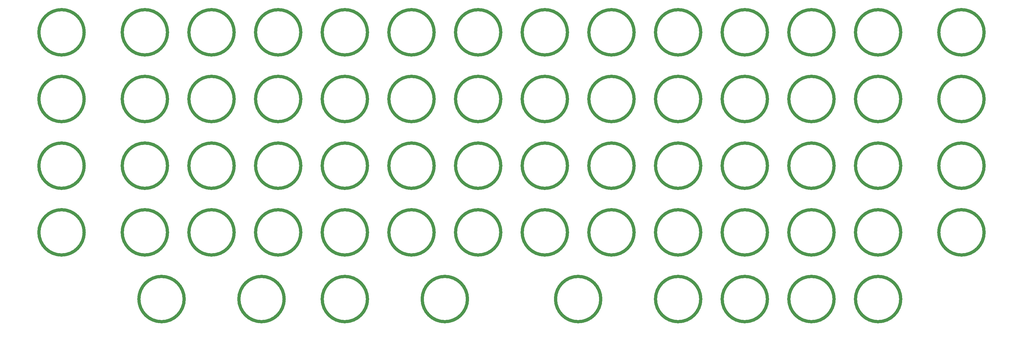
<source format=gbr>
%TF.GenerationSoftware,KiCad,Pcbnew,(6.0.0)*%
%TF.CreationDate,2022-12-27T13:23:36-08:00*%
%TF.ProjectId,denna,64656e6e-612e-46b6-9963-61645f706362,rev?*%
%TF.SameCoordinates,Original*%
%TF.FileFunction,Legend,Top*%
%TF.FilePolarity,Positive*%
%FSLAX46Y46*%
G04 Gerber Fmt 4.6, Leading zero omitted, Abs format (unit mm)*
G04 Created by KiCad (PCBNEW (6.0.0)) date 2022-12-27 13:23:36*
%MOMM*%
%LPD*%
G01*
G04 APERTURE LIST*
%ADD10C,0.900000*%
%ADD11C,2.200000*%
%ADD12C,0.750000*%
%ADD13O,1.100000X1.700000*%
%ADD14O,1.100000X2.200000*%
%ADD15R,1.700000X1.700000*%
%ADD16O,1.700000X1.700000*%
G04 APERTURE END LIST*
D10*
%TO.C,SW38*%
X196967000Y-47625000D02*
G75*
G03*
X196967000Y-47625000I-6467000J0D01*
G01*
%TO.C,SW56*%
X254117000Y-104775000D02*
G75*
G03*
X254117000Y-104775000I-6467000J0D01*
G01*
%TO.C,SW34*%
X177917000Y-47625000D02*
G75*
G03*
X177917000Y-47625000I-6467000J0D01*
G01*
%TO.C,SW46*%
X216017000Y-104775000D02*
G75*
G03*
X216017000Y-104775000I-6467000J0D01*
G01*
%TO.C,SW37*%
X196967000Y-28575000D02*
G75*
G03*
X196967000Y-28575000I-6467000J0D01*
G01*
%TO.C,SW62*%
X296979500Y-28575000D02*
G75*
G03*
X296979500Y-28575000I-6467000J0D01*
G01*
%TO.C,SW20*%
X120767000Y-47625000D02*
G75*
G03*
X120767000Y-47625000I-6467000J0D01*
G01*
%TO.C,SW49*%
X235067000Y-66675000D02*
G75*
G03*
X235067000Y-66675000I-6467000J0D01*
G01*
%TO.C,SW3*%
X39804500Y-66675000D02*
G75*
G03*
X39804500Y-66675000I-6467000J0D01*
G01*
%TO.C,SW11*%
X82667000Y-47625000D02*
G75*
G03*
X82667000Y-47625000I-6467000J0D01*
G01*
%TO.C,SW60*%
X273167000Y-85725000D02*
G75*
G03*
X273167000Y-85725000I-6467000J0D01*
G01*
%TO.C,SW32*%
X158867000Y-85725000D02*
G75*
G03*
X158867000Y-85725000I-6467000J0D01*
G01*
%TO.C,SW47*%
X235067000Y-28575000D02*
G75*
G03*
X235067000Y-28575000I-6467000J0D01*
G01*
%TO.C,SW25*%
X139817000Y-47625000D02*
G75*
G03*
X139817000Y-47625000I-6467000J0D01*
G01*
%TO.C,SW2*%
X39804500Y-47625000D02*
G75*
G03*
X39804500Y-47625000I-6467000J0D01*
G01*
%TO.C,SW64*%
X296979500Y-66675000D02*
G75*
G03*
X296979500Y-66675000I-6467000J0D01*
G01*
%TO.C,SW1*%
X39804500Y-28575000D02*
G75*
G03*
X39804500Y-28575000I-6467000J0D01*
G01*
%TO.C,SW45*%
X216017000Y-85725000D02*
G75*
G03*
X216017000Y-85725000I-6467000J0D01*
G01*
%TO.C,SW17*%
X101717000Y-85725000D02*
G75*
G03*
X101717000Y-85725000I-6467000J0D01*
G01*
%TO.C,SW8*%
X63617000Y-85725000D02*
G75*
G03*
X63617000Y-85725000I-6467000J0D01*
G01*
%TO.C,SW43*%
X216017000Y-47625000D02*
G75*
G03*
X216017000Y-47625000I-6467000J0D01*
G01*
%TO.C,SW33*%
X177917000Y-28575000D02*
G75*
G03*
X177917000Y-28575000I-6467000J0D01*
G01*
%TO.C,SW16*%
X101717000Y-66675000D02*
G75*
G03*
X101717000Y-66675000I-6467000J0D01*
G01*
%TO.C,SW4*%
X39804500Y-85725000D02*
G75*
G03*
X39804500Y-85725000I-6467000J0D01*
G01*
%TO.C,SW59*%
X273167000Y-66675000D02*
G75*
G03*
X273167000Y-66675000I-6467000J0D01*
G01*
%TO.C,SW65*%
X296979500Y-85725000D02*
G75*
G03*
X296979500Y-85725000I-6467000J0D01*
G01*
%TO.C,SW9*%
X68379500Y-104775000D02*
G75*
G03*
X68379500Y-104775000I-6467000J0D01*
G01*
%TO.C,SW5*%
X63617000Y-28575000D02*
G75*
G03*
X63617000Y-28575000I-6467000J0D01*
G01*
%TO.C,SW42*%
X216017000Y-28575000D02*
G75*
G03*
X216017000Y-28575000I-6467000J0D01*
G01*
%TO.C,SW21*%
X120767000Y-66675000D02*
G75*
G03*
X120767000Y-66675000I-6467000J0D01*
G01*
%TO.C,SW36*%
X177917000Y-85725000D02*
G75*
G03*
X177917000Y-85725000I-6467000J0D01*
G01*
%TO.C,SW13*%
X82667000Y-85725000D02*
G75*
G03*
X82667000Y-85725000I-6467000J0D01*
G01*
%TO.C,SW55*%
X254117000Y-85725000D02*
G75*
G03*
X254117000Y-85725000I-6467000J0D01*
G01*
%TO.C,SW53*%
X254117000Y-47625000D02*
G75*
G03*
X254117000Y-47625000I-6467000J0D01*
G01*
%TO.C,SW7*%
X63617000Y-66675000D02*
G75*
G03*
X63617000Y-66675000I-6467000J0D01*
G01*
%TO.C,SW31*%
X158867000Y-66675000D02*
G75*
G03*
X158867000Y-66675000I-6467000J0D01*
G01*
%TO.C,SW39*%
X196967000Y-66675000D02*
G75*
G03*
X196967000Y-66675000I-6467000J0D01*
G01*
%TO.C,SW19*%
X120767000Y-28575000D02*
G75*
G03*
X120767000Y-28575000I-6467000J0D01*
G01*
%TO.C,SW35*%
X177917000Y-66675000D02*
G75*
G03*
X177917000Y-66675000I-6467000J0D01*
G01*
%TO.C,SW6*%
X63617000Y-47625000D02*
G75*
G03*
X63617000Y-47625000I-6467000J0D01*
G01*
%TO.C,SW61*%
X273167000Y-104775000D02*
G75*
G03*
X273167000Y-104775000I-6467000J0D01*
G01*
%TO.C,SW23*%
X120767000Y-104775000D02*
G75*
G03*
X120767000Y-104775000I-6467000J0D01*
G01*
%TO.C,SW51*%
X235067000Y-104775000D02*
G75*
G03*
X235067000Y-104775000I-6467000J0D01*
G01*
%TO.C,SW57*%
X273167000Y-28575000D02*
G75*
G03*
X273167000Y-28575000I-6467000J0D01*
G01*
%TO.C,SW52*%
X254117000Y-28575000D02*
G75*
G03*
X254117000Y-28575000I-6467000J0D01*
G01*
%TO.C,SW27*%
X139817000Y-85725000D02*
G75*
G03*
X139817000Y-85725000I-6467000J0D01*
G01*
%TO.C,SW18*%
X96954500Y-104775000D02*
G75*
G03*
X96954500Y-104775000I-6467000J0D01*
G01*
%TO.C,SW30*%
X158867000Y-47625000D02*
G75*
G03*
X158867000Y-47625000I-6467000J0D01*
G01*
%TO.C,SW22*%
X120767000Y-85725000D02*
G75*
G03*
X120767000Y-85725000I-6467000J0D01*
G01*
%TO.C,SW63*%
X296979500Y-47625000D02*
G75*
G03*
X296979500Y-47625000I-6467000J0D01*
G01*
%TO.C,SW24*%
X139817000Y-28575000D02*
G75*
G03*
X139817000Y-28575000I-6467000J0D01*
G01*
%TO.C,SW44*%
X216017000Y-66675000D02*
G75*
G03*
X216017000Y-66675000I-6467000J0D01*
G01*
%TO.C,SW41*%
X187442000Y-104775000D02*
G75*
G03*
X187442000Y-104775000I-6467000J0D01*
G01*
%TO.C,SW15*%
X101717000Y-47625000D02*
G75*
G03*
X101717000Y-47625000I-6467000J0D01*
G01*
%TO.C,SW26*%
X139817000Y-66675000D02*
G75*
G03*
X139817000Y-66675000I-6467000J0D01*
G01*
%TO.C,SW14*%
X101717000Y-28575000D02*
G75*
G03*
X101717000Y-28575000I-6467000J0D01*
G01*
%TO.C,SW40*%
X196967000Y-85725000D02*
G75*
G03*
X196967000Y-85725000I-6467000J0D01*
G01*
%TO.C,SW50*%
X235067000Y-85725000D02*
G75*
G03*
X235067000Y-85725000I-6467000J0D01*
G01*
%TO.C,SW54*%
X254117000Y-66675000D02*
G75*
G03*
X254117000Y-66675000I-6467000J0D01*
G01*
%TO.C,SW12*%
X82667000Y-66675000D02*
G75*
G03*
X82667000Y-66675000I-6467000J0D01*
G01*
%TO.C,SW48*%
X235067000Y-47625000D02*
G75*
G03*
X235067000Y-47625000I-6467000J0D01*
G01*
%TO.C,SW10*%
X82667000Y-28575000D02*
G75*
G03*
X82667000Y-28575000I-6467000J0D01*
G01*
%TO.C,SW28*%
X149342000Y-104775000D02*
G75*
G03*
X149342000Y-104775000I-6467000J0D01*
G01*
%TO.C,SW29*%
X158867000Y-28575000D02*
G75*
G03*
X158867000Y-28575000I-6467000J0D01*
G01*
%TO.C,SW58*%
X273167000Y-47625000D02*
G75*
G03*
X273167000Y-47625000I-6467000J0D01*
G01*
%TD*%
D11*
%TO.C,H11*%
X123825312Y-47625120D03*
%TD*%
%TO.C,H4*%
X142875360Y-28575072D03*
%TD*%
%TO.C,H13*%
X200025504Y-47625120D03*
%TD*%
%TO.C,H14*%
X238125600Y-47625120D03*
%TD*%
%TO.C,H26*%
X123825000Y-85725000D03*
%TD*%
%TO.C,H25*%
X85725000Y-85725000D03*
%TD*%
%TO.C,H19*%
X142875000Y-66675000D03*
%TD*%
%TO.C,H30*%
X278606250Y-85725000D03*
%TD*%
%TO.C,H17*%
X66675000Y-66675000D03*
%TD*%
%TO.C,H32*%
X102393750Y-104775000D03*
%TD*%
%TO.C,H24*%
X45243750Y-85725000D03*
%TD*%
%TO.C,H29*%
X238125000Y-85725000D03*
%TD*%
%TO.C,H2*%
X66675000Y-28575072D03*
%TD*%
%TO.C,H34*%
X164430750Y-112223000D03*
%TD*%
%TO.C,H23*%
X300037500Y-66675000D03*
%TD*%
%TO.C,H10*%
X85725216Y-47625120D03*
%TD*%
%TO.C,H7*%
X257175648Y-28575072D03*
%TD*%
%TO.C,H16*%
X23812560Y-66675168D03*
%TD*%
%TO.C,H9*%
X45243750Y-47827240D03*
%TD*%
%TO.C,H28*%
X200025000Y-85725000D03*
%TD*%
%TO.C,H5*%
X180975456Y-28575072D03*
%TD*%
%TO.C,H36*%
X276225696Y-104775000D03*
%TD*%
%TO.C,H3*%
X104775264Y-28575072D03*
%TD*%
%TO.C,H8*%
X300038256Y-28575072D03*
%TD*%
%TO.C,H21*%
X219075000Y-66675000D03*
%TD*%
%TO.C,H31*%
X52387500Y-104775000D03*
%TD*%
%TO.C,H22*%
X257175000Y-66675000D03*
%TD*%
%TO.C,H20*%
X180975000Y-66675000D03*
%TD*%
%TO.C,H1*%
X23812500Y-28575000D03*
%TD*%
%TO.C,H6*%
X219075552Y-28575072D03*
%TD*%
%TO.C,H35*%
X219075000Y-104775000D03*
%TD*%
%TO.C,H15*%
X278606250Y-47625120D03*
%TD*%
%TO.C,H33*%
X126330750Y-112223000D03*
%TD*%
%TO.C,H12*%
X161925408Y-47625120D03*
%TD*%
%TO.C,H18*%
X104775000Y-66675000D03*
%TD*%
%LPC*%
%TO.C,H11*%
X123825312Y-47625120D03*
%TD*%
%TO.C,H4*%
X142875360Y-28575072D03*
%TD*%
%TO.C,H13*%
X200025504Y-47625120D03*
%TD*%
%TO.C,H14*%
X238125600Y-47625120D03*
%TD*%
%TO.C,H26*%
X123825000Y-85725000D03*
%TD*%
%TO.C,H25*%
X85725000Y-85725000D03*
%TD*%
%TO.C,H19*%
X142875000Y-66675000D03*
%TD*%
%TO.C,H30*%
X278606250Y-85725000D03*
%TD*%
%TO.C,H17*%
X66675000Y-66675000D03*
%TD*%
%TO.C,H32*%
X102393750Y-104775000D03*
%TD*%
%TO.C,H24*%
X45243750Y-85725000D03*
%TD*%
%TO.C,H29*%
X238125000Y-85725000D03*
%TD*%
%TO.C,H2*%
X66675000Y-28575072D03*
%TD*%
%TO.C,H34*%
X164430750Y-112223000D03*
%TD*%
%TO.C,H23*%
X300037500Y-66675000D03*
%TD*%
%TO.C,H10*%
X85725216Y-47625120D03*
%TD*%
%TO.C,H7*%
X257175648Y-28575072D03*
%TD*%
%TO.C,H16*%
X23812560Y-66675168D03*
%TD*%
%TO.C,H9*%
X45243750Y-47827240D03*
%TD*%
%TO.C,H28*%
X200025000Y-85725000D03*
%TD*%
%TO.C,H5*%
X180975456Y-28575072D03*
%TD*%
%TO.C,H36*%
X276225696Y-104775000D03*
%TD*%
%TO.C,H3*%
X104775264Y-28575072D03*
%TD*%
%TO.C,H8*%
X300038256Y-28575072D03*
%TD*%
%TO.C,H21*%
X219075000Y-66675000D03*
%TD*%
%TO.C,H31*%
X52387500Y-104775000D03*
%TD*%
%TO.C,H22*%
X257175000Y-66675000D03*
%TD*%
%TO.C,H20*%
X180975000Y-66675000D03*
%TD*%
%TO.C,H1*%
X23812500Y-28575000D03*
%TD*%
%TO.C,H6*%
X219075552Y-28575072D03*
%TD*%
%TO.C,H35*%
X219075000Y-104775000D03*
%TD*%
%TO.C,H15*%
X278606250Y-47625120D03*
%TD*%
%TO.C,H33*%
X126330750Y-112223000D03*
%TD*%
%TO.C,H12*%
X161925408Y-47625120D03*
%TD*%
%TO.C,H18*%
X104775000Y-66675000D03*
%TD*%
D12*
%TO.C,USB1*%
X42353750Y-23915680D03*
X48133750Y-23915680D03*
D13*
X49563750Y-20265680D03*
X40923750Y-20265680D03*
D14*
X49563750Y-24445680D03*
X40923750Y-24445680D03*
%TD*%
D15*
%TO.C,JP1*%
X46236054Y-42182922D03*
D16*
X46236054Y-44722922D03*
%TD*%
M02*

</source>
